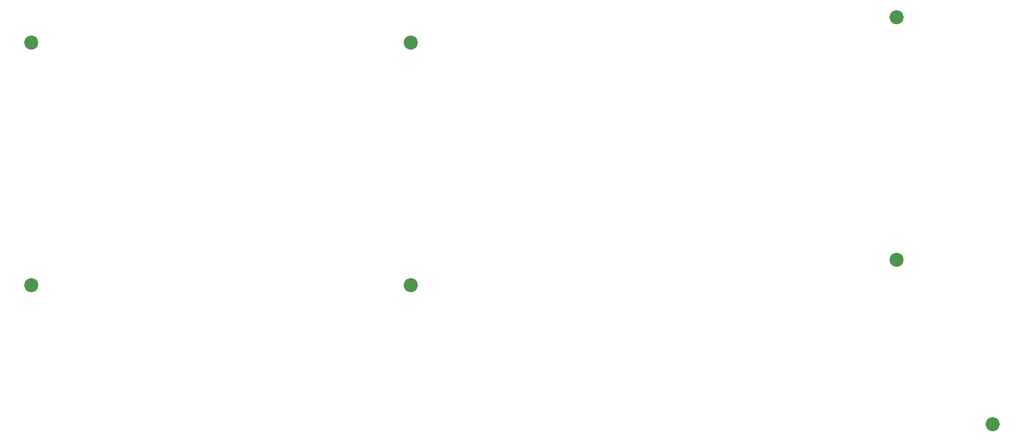
<source format=gbr>
%TF.GenerationSoftware,KiCad,Pcbnew,(5.1.9-0-10_14)*%
%TF.CreationDate,2021-04-26T22:37:03-05:00*%
%TF.ProjectId,wren-numpad-bottom,7772656e-2d6e-4756-9d70-61642d626f74,rev?*%
%TF.SameCoordinates,Original*%
%TF.FileFunction,Soldermask,Top*%
%TF.FilePolarity,Negative*%
%FSLAX46Y46*%
G04 Gerber Fmt 4.6, Leading zero omitted, Abs format (unit mm)*
G04 Created by KiCad (PCBNEW (5.1.9-0-10_14)) date 2021-04-26 22:37:03*
%MOMM*%
%LPD*%
G01*
G04 APERTURE LIST*
%ADD10C,2.200000*%
G04 APERTURE END LIST*
D10*
%TO.C,H7*%
X226250500Y-106013250D03*
%TD*%
%TO.C,H6*%
X211137500Y-80168750D03*
%TD*%
%TO.C,H5*%
X134937500Y-84137500D03*
%TD*%
%TO.C,H4*%
X75446000Y-84137500D03*
%TD*%
%TO.C,H3*%
X211137500Y-42068750D03*
%TD*%
%TO.C,H2*%
X134937500Y-46037500D03*
%TD*%
%TO.C,H1*%
X75446000Y-46037500D03*
%TD*%
M02*

</source>
